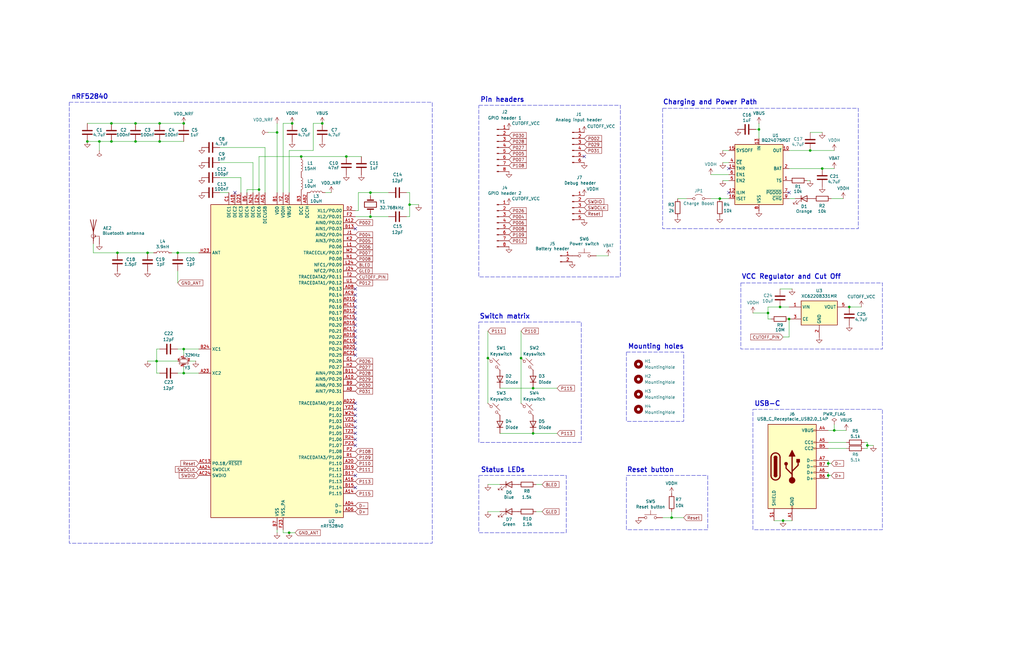
<source format=kicad_sch>
(kicad_sch (version 20231120) (generator "eeschema") (generator_version "8.0")
  (paper "User" 431.8 279.4)
  (title_block (title "Corneo PCB") (date "09-24") (rev "v0.1"))
  (junction (at 341.63 63.5))
  (junction (at 172.72 86.36))
  (junction (at 205.74 151.13))
  (junction (at 74.93 106.68))
  (junction (at 146.05 66.04))
  (junction (at 283.21 218.44))
  (junction (at 351.79 181.61))
  (junction (at 219.71 151.13))
  (junction (at 349.25 195.58))
  (junction (at 224.79 163.83))
  (junction (at 67.31 52.07))
  (junction (at 346.71 71.12))
  (junction (at 57.15 52.07))
  (junction (at 303.53 83.82))
  (junction (at 67.31 59.69))
  (junction (at 46.99 52.07))
  (junction (at 156.21 81.28))
  (junction (at 330.2 219.71))
  (junction (at 123.19 52.07))
  (junction (at 328.93 129.54))
  (junction (at 109.22 80.01))
  (junction (at 62.23 106.68))
  (junction (at 66.04 152.4))
  (junction (at 57.15 59.69))
  (junction (at 349.25 200.66))
  (junction (at 332.74 134.62))
  (junction (at 358.14 129.54))
  (junction (at 116.84 55.88))
  (junction (at 49.53 106.68))
  (junction (at 135.89 52.07))
  (junction (at 77.47 52.07))
  (junction (at 323.85 132.08))
  (junction (at 77.47 147.32))
  (junction (at 46.99 59.69))
  (junction (at 365.76 187.96))
  (junction (at 156.21 91.44))
  (junction (at 121.92 224.79))
  (junction (at 36.83 59.69))
  (junction (at 224.79 182.88))
  (junction (at 41.91 59.69))
  (junction (at 77.47 157.48))
  (junction (at 320.04 54.61))
  (junction (at 127 66.04))
  (no_connect (at 149.86 121.92))
  (no_connect (at 149.86 185.42))
  (no_connect (at 149.86 132.08))
  (no_connect (at 99.06 81.28))
  (no_connect (at 149.86 180.34))
  (no_connect (at 149.86 144.78))
  (no_connect (at 149.86 127))
  (no_connect (at 149.86 96.52))
  (no_connect (at 149.86 124.46))
  (no_connect (at 149.86 137.16))
  (no_connect (at 149.86 129.54))
  (no_connect (at 149.86 182.88))
  (no_connect (at 149.86 200.66))
  (no_connect (at 149.86 147.32))
  (no_connect (at 149.86 149.86))
  (no_connect (at 149.86 170.18))
  (no_connect (at 149.86 177.8))
  (no_connect (at 149.86 172.72))
  (no_connect (at 149.86 139.7))
  (no_connect (at 246.38 66.04))
  (no_connect (at 307.34 71.12))
  (no_connect (at 149.86 187.96))
  (no_connect (at 332.74 81.28))
  (no_connect (at 149.86 205.74))
  (no_connect (at 307.34 81.28))
  (no_connect (at 149.86 134.62))
  (no_connect (at 149.86 142.24))
  (no_connect (at 149.86 175.26))
  (wire (pts (xy 304.8 63.5) (xy 307.34 63.5)))
  (wire (pts (xy 364.49 186.69) (xy 365.76 186.69)))
  (wire (pts (xy 92.71 74.93) (xy 101.6 74.93)))
  (wire (pts (xy 332.74 71.12) (xy 346.71 71.12)))
  (wire (pts (xy 104.14 81.28) (xy 104.14 80.01)))
  (wire (pts (xy 156.21 91.44) (xy 163.83 91.44)))
  (wire (pts (xy 224.79 163.83) (xy 234.95 163.83)))
  (wire (pts (xy 151.13 81.28) (xy 156.21 81.28)))
  (wire (pts (xy 92.71 81.28) (xy 96.52 81.28)))
  (wire (pts (xy 256.54 107.95) (xy 251.46 107.95)))
  (wire (pts (xy 323.85 132.08) (xy 323.85 134.62)))
  (wire (pts (xy 39.37 106.68) (xy 49.53 106.68)))
  (wire (pts (xy 323.85 129.54) (xy 323.85 132.08)))
  (wire (pts (xy 116.84 52.07) (xy 116.84 55.88)))
  (wire (pts (xy 219.71 139.7) (xy 219.71 151.13)))
  (wire (pts (xy 111.76 62.23) (xy 111.76 81.28)))
  (wire (pts (xy 77.47 157.48) (xy 83.82 157.48)))
  (wire (pts (xy 121.92 63.5) (xy 121.92 81.28)))
  (wire (pts (xy 104.14 80.01) (xy 109.22 80.01)))
  (wire (pts (xy 210.82 163.83) (xy 224.79 163.83)))
  (wire (pts (xy 121.92 63.5) (xy 132.08 63.5)))
  (wire (pts (xy 283.21 218.44) (xy 288.29 218.44)))
  (wire (pts (xy 364.49 189.23) (xy 365.76 189.23)))
  (wire (pts (xy 49.53 106.68) (xy 62.23 106.68)))
  (wire (pts (xy 349.25 195.58) (xy 349.25 196.85)))
  (wire (pts (xy 172.72 91.44) (xy 171.45 91.44)))
  (wire (pts (xy 341.63 63.5) (xy 351.79 63.5)))
  (wire (pts (xy 172.72 86.36) (xy 172.72 81.28)))
  (wire (pts (xy 363.22 129.54) (xy 358.14 129.54)))
  (wire (pts (xy 303.53 83.82) (xy 307.34 83.82)))
  (wire (pts (xy 350.52 83.82) (xy 355.6 83.82)))
  (wire (pts (xy 106.68 68.58) (xy 106.68 81.28)))
  (wire (pts (xy 74.93 106.68) (xy 83.82 106.68)))
  (wire (pts (xy 119.38 52.07) (xy 123.19 52.07)))
  (wire (pts (xy 113.03 55.88) (xy 116.84 55.88)))
  (wire (pts (xy 121.92 224.79) (xy 119.38 224.79)))
  (wire (pts (xy 67.31 59.69) (xy 77.47 59.69)))
  (wire (pts (xy 172.72 86.36) (xy 172.72 91.44)))
  (wire (pts (xy 349.25 199.39) (xy 349.25 200.66)))
  (wire (pts (xy 330.2 142.24) (xy 332.74 142.24)))
  (wire (pts (xy 172.72 86.36) (xy 176.53 86.36)))
  (wire (pts (xy 39.37 102.87) (xy 39.37 106.68)))
  (wire (pts (xy 332.74 142.24) (xy 332.74 134.62)))
  (wire (pts (xy 66.04 152.4) (xy 74.93 152.4)))
  (wire (pts (xy 80.01 152.4) (xy 82.55 152.4)))
  (wire (pts (xy 66.04 152.4) (xy 66.04 157.48)))
  (wire (pts (xy 349.25 194.31) (xy 349.25 195.58)))
  (wire (pts (xy 77.47 154.94) (xy 77.47 157.48)))
  (wire (pts (xy 285.75 83.82) (xy 289.56 83.82)))
  (wire (pts (xy 283.21 215.9) (xy 283.21 218.44)))
  (wire (pts (xy 349.25 200.66) (xy 350.52 200.66)))
  (wire (pts (xy 172.72 81.28) (xy 171.45 81.28)))
  (wire (pts (xy 156.21 81.28) (xy 163.83 81.28)))
  (wire (pts (xy 72.39 106.68) (xy 74.93 106.68)))
  (wire (pts (xy 328.93 121.92) (xy 334.01 121.92)))
  (wire (pts (xy 328.93 129.54) (xy 332.74 129.54)))
  (wire (pts (xy 330.2 219.71) (xy 334.01 219.71)))
  (wire (pts (xy 365.76 187.96) (xy 365.76 189.23)))
  (wire (pts (xy 335.28 83.82) (xy 332.74 83.82)))
  (wire (pts (xy 151.13 88.9) (xy 151.13 81.28)))
  (wire (pts (xy 332.74 63.5) (xy 341.63 63.5)))
  (wire (pts (xy 340.36 76.2) (xy 341.63 76.2)))
  (wire (pts (xy 351.79 179.07) (xy 351.79 181.61)))
  (wire (pts (xy 149.86 91.44) (xy 156.21 91.44)))
  (wire (pts (xy 46.99 52.07) (xy 57.15 52.07)))
  (wire (pts (xy 323.85 129.54) (xy 328.93 129.54)))
  (wire (pts (xy 132.08 63.5) (xy 132.08 52.07)))
  (wire (pts (xy 109.22 80.01) (xy 109.22 81.28)))
  (wire (pts (xy 66.04 147.32) (xy 66.04 152.4)))
  (wire (pts (xy 349.25 195.58) (xy 350.52 195.58)))
  (wire (pts (xy 92.71 68.58) (xy 106.68 68.58)))
  (wire (pts (xy 116.84 224.79) (xy 116.84 223.52)))
  (wire (pts (xy 349.25 189.23) (xy 356.87 189.23)))
  (wire (pts (xy 349.25 200.66) (xy 349.25 201.93)))
  (wire (pts (xy 299.72 73.66) (xy 307.34 73.66)))
  (wire (pts (xy 101.6 74.93) (xy 101.6 81.28)))
  (wire (pts (xy 156.21 90.17) (xy 156.21 91.44)))
  (wire (pts (xy 205.74 204.47) (xy 210.82 204.47)))
  (wire (pts (xy 351.79 181.61) (xy 356.87 181.61)))
  (wire (pts (xy 74.93 147.32) (xy 77.47 147.32)))
  (wire (pts (xy 67.31 52.07) (xy 77.47 52.07)))
  (wire (pts (xy 36.83 59.69) (xy 41.91 59.69)))
  (wire (pts (xy 41.91 59.69) (xy 46.99 59.69)))
  (wire (pts (xy 341.63 55.88) (xy 346.71 55.88)))
  (wire (pts (xy 219.71 151.13) (xy 219.71 170.18)))
  (wire (pts (xy 226.06 215.9) (xy 228.6 215.9)))
  (wire (pts (xy 205.74 139.7) (xy 205.74 151.13)))
  (wire (pts (xy 205.74 215.9) (xy 210.82 215.9)))
  (wire (pts (xy 57.15 52.07) (xy 67.31 52.07)))
  (wire (pts (xy 137.16 81.28) (xy 139.7 81.28)))
  (wire (pts (xy 62.23 152.4) (xy 66.04 152.4)))
  (wire (pts (xy 349.25 181.61) (xy 351.79 181.61)))
  (wire (pts (xy 36.83 52.07) (xy 46.99 52.07)))
  (wire (pts (xy 132.08 52.07) (xy 135.89 52.07)))
  (wire (pts (xy 124.46 224.79) (xy 121.92 224.79)))
  (wire (pts (xy 57.15 59.69) (xy 67.31 59.69)))
  (wire (pts (xy 41.91 59.69) (xy 41.91 63.5)))
  (wire (pts (xy 109.22 66.04) (xy 127 66.04)))
  (wire (pts (xy 77.47 147.32) (xy 77.47 149.86)))
  (wire (pts (xy 116.84 55.88) (xy 116.84 81.28)))
  (wire (pts (xy 365.76 187.96) (xy 368.3 187.96)))
  (wire (pts (xy 92.71 62.23) (xy 111.76 62.23)))
  (wire (pts (xy 109.22 80.01) (xy 109.22 66.04)))
  (wire (pts (xy 323.85 134.62) (xy 325.12 134.62)))
  (wire (pts (xy 226.06 204.47) (xy 228.6 204.47)))
  (wire (pts (xy 224.79 182.88) (xy 234.95 182.88)))
  (wire (pts (xy 77.47 147.32) (xy 83.82 147.32)))
  (wire (pts (xy 205.74 151.13) (xy 205.74 170.18)))
  (wire (pts (xy 127 66.04) (xy 146.05 66.04)))
  (wire (pts (xy 67.31 147.32) (xy 66.04 147.32)))
  (wire (pts (xy 210.82 182.88) (xy 224.79 182.88)))
  (wire (pts (xy 66.04 157.48) (xy 67.31 157.48)))
  (wire (pts (xy 304.8 68.58) (xy 307.34 68.58)))
  (wire (pts (xy 46.99 59.69) (xy 57.15 59.69)))
  (wire (pts (xy 320.04 54.61) (xy 320.04 58.42)))
  (wire (pts (xy 317.5 132.08) (xy 323.85 132.08)))
  (wire (pts (xy 299.72 83.82) (xy 303.53 83.82)))
  (wire (pts (xy 320.04 52.07) (xy 320.04 54.61)))
  (wire (pts (xy 146.05 66.04) (xy 152.4 66.04)))
  (wire (pts (xy 365.76 186.69) (xy 365.76 187.96)))
  (wire (pts (xy 156.21 81.28) (xy 156.21 82.55)))
  (wire (pts (xy 62.23 106.68) (xy 64.77 106.68)))
  (wire (pts (xy 149.86 88.9) (xy 151.13 88.9)))
  (wire (pts (xy 346.71 71.12) (xy 351.79 71.12)))
  (wire (pts (xy 349.25 186.69) (xy 356.87 186.69)))
  (wire (pts (xy 119.38 224.79) (xy 119.38 223.52)))
  (wire (pts (xy 279.4 218.44) (xy 283.21 218.44)))
  (wire (pts (xy 318.77 54.61) (xy 320.04 54.61)))
  (wire (pts (xy 326.39 219.71) (xy 330.2 219.71)))
  (wire (pts (xy 74.93 157.48) (xy 77.47 157.48)))
  (wire (pts (xy 74.93 114.3) (xy 74.93 119.38)))
  (wire (pts (xy 304.8 76.2) (xy 307.34 76.2)))
  (wire (pts (xy 119.38 52.07) (xy 119.38 81.28)))
  (rectangle (start 29.21 43.18) (end 182.245 229.235) (stroke (width 0.1524) (type dash)))
  (rectangle (start 317.5 172.72) (end 372.11 223.52) (stroke (width 0.1524) (type dash)))
  (rectangle (start 264.16 148.59) (end 288.29 177.8) (stroke (width 0.1524) (type dash)))
  (rectangle (start 201.93 135.89) (end 245.11 186.69) (stroke (width 0.1524) (type dash)))
  (rectangle (start 264.16 200.66) (end 298.45 223.52) (stroke (width 0.1524) (type dash)))
  (rectangle (start 312.42 119.38) (end 372.11 147.32) (stroke (width 0.1524) (type dash)))
  (rectangle (start 279.4 45.72) (end 361.95 96.52) (stroke (width 0.1524) (type dash)))
  (rectangle (start 201.93 44.45) (end 261.62 116.84) (stroke (width 0.1524) (type dash)))
  (rectangle (start 201.93 200.66) (end 238.76 224.79) (stroke (width 0.1524) (type dash)))
  (text "Charging and Power Path" (at 299.466 43.18 0) (effects (font (size 2.032 2.032) (thickness 0.3556) (bold yes))))
  (text "nRF52840" (at 37.846 40.894 0) (effects (font (size 2.032 2.032) (thickness 0.3556) (bold yes))))
  (text "Switch matrix" (at 212.852 133.604 0) (effects (font (size 2.032 2.032) (thickness 0.3556) (bold yes))))
  (text "Pin headers" (at 211.836 42.164 0) (effects (font (size 2.032 2.032) (thickness 0.3556) (bold yes))))
  (text "USB-C" (at 323.596 170.434 0) (effects (font (size 2.032 2.032) (thickness 0.3556) (bold yes))))
  (text "VCC Regulator and Cut Off" (at 312.674 116.84 0) (effects (font (size 2.032 2.032) (thickness 0.3556) (bold yes)) (justify left)))
  (text "Reset button" (at 274.32 198.374 0) (effects (font (size 2.032 2.032) (thickness 0.3556) (bold yes))))
  (text "Status LEDs" (at 212.09 198.374 0) (effects (font (size 2.032 2.032) (thickness 0.3556) (bold yes))))
  (text "Mounting holes" (at 276.606 146.304 0) (effects (font (size 2.032 2.032) (thickness 0.3556) (bold yes))))
  (global_label "P012" (shape input) (at 149.86 119.38 0) (property "Intersheetrefs" "${INTERSHEET_REFS}" (effects (hide yes))))
  (global_label "P004" (shape input) (at 149.86 99.06 0) (property "Intersheetrefs" "${INTERSHEET_REFS}" (effects (hide yes))))
  (global_label "P007" (shape input) (at 149.86 106.68 0) (property "Intersheetrefs" "${INTERSHEET_REFS}" (effects (hide yes))))
  (global_label "P109" (shape input) (at 149.86 193.04 0) (property "Intersheetrefs" "${INTERSHEET_REFS}" (effects (hide yes))))
  (global_label "GLED" (shape input) (at 149.86 114.3 0) (property "Intersheetrefs" "${INTERSHEET_REFS}" (effects (hide yes))))
  (global_label "P111" (shape input) (at 149.86 198.12 0) (property "Intersheetrefs" "${INTERSHEET_REFS}" (effects (hide yes))))
  (global_label "P012" (shape input) (at 214.63 101.6 0) (property "Intersheetrefs" "${INTERSHEET_REFS}" (effects (hide yes))))
  (global_label "P109" (shape input) (at 214.63 99.06 0) (property "Intersheetrefs" "${INTERSHEET_REFS}" (effects (hide yes))))
  (global_label "P028" (shape input) (at 149.86 157.48 0) (property "Intersheetrefs" "${INTERSHEET_REFS}" (effects (hide yes))))
  (global_label "D+" (shape input) (at 350.52 200.66 0) (property "Intersheetrefs" "${INTERSHEET_REFS}" (effects (hide yes))))
  (global_label "P029" (shape input) (at 149.86 160.02 0) (property "Intersheetrefs" "${INTERSHEET_REFS}" (effects (hide yes))))
  (global_label "D-" (shape input) (at 350.52 195.58 0) (property "Intersheetrefs" "${INTERSHEET_REFS}" (effects (hide yes))))
  (global_label "P108" (shape input) (at 149.86 190.5 0) (property "Intersheetrefs" "${INTERSHEET_REFS}" (effects (hide yes))))
  (global_label "P005" (shape input) (at 149.86 101.6 0) (property "Intersheetrefs" "${INTERSHEET_REFS}" (effects (hide yes))))
  (global_label "P002" (shape input) (at 149.86 93.98 0) (property "Intersheetrefs" "${INTERSHEET_REFS}" (effects (hide yes))))
  (global_label "P008" (shape input) (at 214.63 96.52 0) (property "Intersheetrefs" "${INTERSHEET_REFS}" (effects (hide yes))))
  (global_label "Reset" (shape input) (at 246.38 90.17 0) (property "Intersheetrefs" "${INTERSHEET_REFS}" (effects (hide yes))))
  (global_label "GLED" (shape input) (at 228.6 215.9 0) (property "Intersheetrefs" "${INTERSHEET_REFS}" (effects (hide yes))))
  (global_label "SWDIO" (shape input) (at 83.82 200.66 180) (property "Intersheetrefs" "${INTERSHEET_REFS}" (effects (hide yes))))
  (global_label "P029" (shape input) (at 246.38 60.96 0) (property "Intersheetrefs" "${INTERSHEET_REFS}" (effects (hide yes))))
  (global_label "P027" (shape input) (at 149.86 154.94 0) (property "Intersheetrefs" "${INTERSHEET_REFS}" (effects (hide yes))))
  (global_label "P006" (shape input) (at 149.86 104.14 0) (property "Intersheetrefs" "${INTERSHEET_REFS}" (effects (hide yes))))
  (global_label "CUTOFF_PIN" (shape input) (at 149.86 116.84 0) (property "Intersheetrefs" "${INTERSHEET_REFS}" (effects (hide yes))))
  (global_label "GND_ANT" (shape input) (at 74.93 119.38 0) (property "Intersheetrefs" "${INTERSHEET_REFS}" (effects (hide yes))))
  (global_label "P026" (shape input) (at 149.86 152.4 0) (property "Intersheetrefs" "${INTERSHEET_REFS}" (effects (hide yes))))
  (global_label "P002" (shape input) (at 246.38 58.42 0) (property "Intersheetrefs" "${INTERSHEET_REFS}" (effects (hide yes))))
  (global_label "SWDCLK" (shape input) (at 246.38 87.63 0) (property "Intersheetrefs" "${INTERSHEET_REFS}" (effects (hide yes))))
  (global_label "P031" (shape input) (at 149.86 165.1 0) (property "Intersheetrefs" "${INTERSHEET_REFS}" (effects (hide yes))))
  (global_label "P115" (shape input) (at 234.95 163.83 0) (property "Intersheetrefs" "${INTERSHEET_REFS}" (effects (hide yes))))
  (global_label "P008" (shape input) (at 149.86 109.22 0) (property "Intersheetrefs" "${INTERSHEET_REFS}" (effects (hide yes))))
  (global_label "BLED" (shape input) (at 228.6 204.47 0) (property "Intersheetrefs" "${INTERSHEET_REFS}" (effects (hide yes))))
  (global_label "P031" (shape input) (at 246.38 63.5 0) (property "Intersheetrefs" "${INTERSHEET_REFS}" (effects (hide yes))))
  (global_label "Reset" (shape input) (at 83.82 195.58 180) (property "Intersheetrefs" "${INTERSHEET_REFS}" (effects (hide yes))))
  (global_label "SWDCLK" (shape input) (at 83.82 198.12 180) (property "Intersheetrefs" "${INTERSHEET_REFS}" (effects (hide yes))))
  (global_label "P007" (shape input) (at 214.63 67.31 0) (property "Intersheetrefs" "${INTERSHEET_REFS}" (effects (hide yes))))
  (global_label "P110" (shape input) (at 149.86 195.58 0) (property "Intersheetrefs" "${INTERSHEET_REFS}" (effects (hide yes))))
  (global_label "P028" (shape input) (at 214.63 59.69 0) (property "Intersheetrefs" "${INTERSHEET_REFS}" (effects (hide yes))))
  (global_label "BLED" (shape input) (at 149.86 111.76 0) (property "Intersheetrefs" "${INTERSHEET_REFS}" (effects (hide yes))))
  (global_label "P113" (shape input) (at 234.95 182.88 0) (property "Intersheetrefs" "${INTERSHEET_REFS}" (effects (hide yes))))
  (global_label "P111" (shape input) (at 205.74 139.7 0) (property "Intersheetrefs" "${INTERSHEET_REFS}" (effects (hide yes))))
  (global_label "GND_ANT" (shape input) (at 124.46 224.79 0) (property "Intersheetrefs" "${INTERSHEET_REFS}" (effects (hide yes))))
  (global_label "P030" (shape input) (at 149.86 162.56 0) (property "Intersheetrefs" "${INTERSHEET_REFS}" (effects (hide yes))))
  (global_label "P006" (shape input) (at 214.63 93.98 0) (property "Intersheetrefs" "${INTERSHEET_REFS}" (effects (hide yes))))
  (global_label "P027" (shape input) (at 214.63 62.23 0) (property "Intersheetrefs" "${INTERSHEET_REFS}" (effects (hide yes))))
  (global_label "P005" (shape input) (at 214.63 64.77 0) (property "Intersheetrefs" "${INTERSHEET_REFS}" (effects (hide yes))))
  (global_label "CUTOFF_PIN" (shape input) (at 330.2 142.24 180) (property "Intersheetrefs" "${INTERSHEET_REFS}" (effects (hide yes))))
  (global_label "P110" (shape input) (at 219.71 139.7 0) (property "Intersheetrefs" "${INTERSHEET_REFS}" (effects (hide yes))))
  (global_label "P026" (shape input) (at 214.63 88.9 0) (property "Intersheetrefs" "${INTERSHEET_REFS}" (effects (hide yes))))
  (global_label "P004" (shape input) (at 214.63 91.44 0) (property "Intersheetrefs" "${INTERSHEET_REFS}" (effects (hide yes))))
  (global_label "D+" (shape input) (at 149.86 215.9 0) (property "Intersheetrefs" "${INTERSHEET_REFS}" (effects (hide yes))))
  (global_label "P030" (shape input) (at 214.63 57.15 0) (property "Intersheetrefs" "${INTERSHEET_REFS}" (effects (hide yes))))
  (global_label "P115" (shape input) (at 149.86 208.28 0) (property "Intersheetrefs" "${INTERSHEET_REFS}" (effects (hide yes))))
  (global_label "P108" (shape input) (at 214.63 69.85 0) (property "Intersheetrefs" "${INTERSHEET_REFS}" (effects (hide yes))))
  (global_label "SWDIO" (shape input) (at 246.38 85.09 0) (property "Intersheetrefs" "${INTERSHEET_REFS}" (effects (hide yes))))
  (global_label "D-" (shape input) (at 149.86 213.36 0) (property "Intersheetrefs" "${INTERSHEET_REFS}" (effects (hide yes))))
  (global_label "Reset" (shape input) (at 288.29 218.44 0) (property "Intersheetrefs" "${INTERSHEET_REFS}" (effects (hide yes))))
  (global_label "P113" (shape input) (at 149.86 203.2 0) (property "Intersheetrefs" "${INTERSHEET_REFS}" (effects (hide yes))))
  (symbol (lib_id "Device:R") (at 346.71 83.82 90) (unit 1)
    (property "Reference" "R2" (at 347.98 86.868 90) (effects (justify left)))
    (property "Value" "10k" (at 348.488 89.154 90) (effects (justify left)))
    (property "Footprint" "Resistor_SMD:R_0603_1608Metric" (effects (hide yes)))
    (property "Description" "Resistor" (effects (hide yes)))
    (property "jlcpcb" "C25804" (effects (hide yes)))
  )
  (symbol (lib_id "power:GND") (at 330.2 219.71 0) (unit 1)
    (property "Reference" "#PWR049" (effects (hide yes)))
    (property "Value" "GND" (effects (hide yes)))
    (property "Description" "Power symbol creates a global label with name \"GND\" , ground" (effects (hide yes)))
  )
  (symbol (lib_id "Connector:Conn_01x08_Pin") (at 209.55 93.98 0) (unit 1)
    (property "Reference" "J4" (at 212.852 79.248 0))
    (property "Value" "GPIO header 2" (at 212.852 81.534 0))
    (property "Footprint" "Connector_PinHeader_2.54mm:PinHeader_1x08_P2.54mm_Vertical" (effects (hide yes)))
    (property "Description" "Generic connector, single row, 01x08, script generated" (effects (hide yes)))
    (property "JLCPCB_IGNORE" "0" (effects (hide yes)))
  )
  (symbol (lib_id "power:VDD") (at 123.19 52.07 0) (unit 1)
    (property "Reference" "#PWR02" (effects (hide yes)))
    (property "Value" "VDDH" (at 123.19 47.752 0))
    (property "Description" "Power symbol creates a global label with name \"VDD\"" (effects (hide yes)))
  )
  (symbol (lib_id "Device:C") (at 49.53 110.49 180) (unit 1)
    (property "Reference" "C18" (at 55.118 109.474 0))
    (property "Value" "1.5pF" (at 55.118 111.506 0))
    (property "Footprint" "Capacitor_SMD:C_0402_1005Metric" (effects (hide yes)))
    (property "Description" "Unpolarized capacitor" (effects (hide yes)))
    (property "jlcpcb" "C1552" (effects (hide yes)))
  )
  (symbol (lib_id "power:GND") (at 303.53 91.44 0) (unit 1)
    (property "Reference" "#PWR043" (effects (hide yes)))
    (property "Value" "GND" (effects (hide yes)))
    (property "Description" "Power symbol creates a global label with name \"GND\" , ground" (effects (hide yes)))
  )
  (symbol (lib_id "Device:C") (at 71.12 147.32 270) (unit 1)
    (property "Reference" "C22" (at 71.12 140.716 90))
    (property "Value" "12pF" (at 71.12 143.256 90))
    (property "Footprint" "Capacitor_SMD:C_0603_1608Metric" (effects (hide yes)))
    (property "Description" "Unpolarized capacitor" (effects (hide yes)))
    (property "jlcpcb" "C38523" (effects (hide yes)))
  )
  (symbol (lib_id "Device:Crystal_GND24_Small") (at 77.47 152.4 90) (mirror x) (unit 1)
    (property "Reference" "Y3" (at 80.264 155.194 90) (effects (justify left)))
    (property "Value" "32MHz" (at 84.328 149.86 90) (effects (justify left)))
    (property "Footprint" "Crystal:Crystal_SMD_2016-4Pin_2.0x1.6mm" (effects (hide yes)))
    (property "LCSC Part" "C255896" (effects (hide yes)))
    (property "Digikey" "490-XRCGB32M000F1S1DR0CT-ND‎" (effects (hide yes)))
    (property "Manufacturer Part" "Q22FA1280001800" (effects (hide yes)))
    (property "jlcpcb" "C255896" (effects (hide yes)))
  )
  (symbol (lib_id "power:GND") (at 320.04 88.9 0) (unit 1)
    (property "Reference" "#PWR041" (effects (hide yes)))
    (property "Value" "GND" (effects (hide yes)))
    (property "Description" "Power symbol creates a global label with name \"GND\" , ground" (effects (hide yes)))
  )
  (symbol (lib_id "power:PWR_FLAG") (at 113.03 55.88 90) (mirror x) (unit 1)
    (property "Reference" "#FLG03" (effects (hide yes)))
    (property "Value" "PWR_FLAG" (effects (hide yes)))
    (property "Description" "Special symbol for telling ERC where power comes from" (effects (hide yes)))
  )
  (symbol (lib_id "power:VBUS") (at 356.87 181.61 0) (unit 1)
    (property "Reference" "#PWR045" (effects (hide yes)))
    (property "Value" "VBUS" (at 356.87 177.292 0))
    (property "Description" "Power symbol creates a global label with name \"VBUS\"" (effects (hide yes)))
  )
  (symbol (lib_id "Jumper:Jumper_2_Open") (at 294.64 83.82 0) (unit 1) (exclude_from_sim yes)
    (property "Reference" "JP1" (at 294.64 80.518 0))
    (property "Value" "Charge Boost" (at 294.64 85.852 0))
    (property "Footprint" "Jumper:SolderJumper-2_P1.3mm_Open_RoundedPad1.0x1.5mm" (effects (hide yes)))
    (property "Description" "Jumper, 2-pole, open" (effects (hide yes)))
  )
  (symbol (lib_id "power:VDD") (at 246.38 82.55 0) (unit 1)
    (property "Reference" "#PWR024" (effects (hide yes)))
    (property "Value" "VDDH" (at 249.936 79.756 0))
    (property "Description" "Power symbol creates a global label with name \"VDD\"" (effects (hide yes)))
  )
  (symbol (lib_id "power:VDD") (at 317.5 132.08 0) (unit 1)
    (property "Reference" "#PWR054" (effects (hide yes)))
    (property "Value" "VDDH" (at 317.5 127.762 0))
    (property "Description" "Power symbol creates a global label with name \"VDD\"" (effects (hide yes)))
  )
  (symbol (lib_id "Device:D") (at 224.79 179.07 90) (unit 1)
    (property "Reference" "D5" (at 227.076 177.8 90) (effects (justify right)))
    (property "Value" "Diode" (at 227.076 180.34 90) (effects (justify right)))
    (property "Footprint" "Diode_THT:D_DO-35_SOD27_P7.62mm_Horizontal" (effects (hide yes)))
    (property "Description" "Diode" (effects (hide yes)))
    (property "Sim.Device" "D" (effects (hide yes)))
    (property "Sim.Pins" "1=K 2=A" (effects (hide yes)))
    (property "JLCPCB_IGNORE" "0" (effects (hide yes)))
  )
  (symbol (lib_id "Device:R") (at 283.21 212.09 0) (unit 1)
    (property "Reference" "R7" (at 284.734 210.82 0) (effects (justify left)))
    (property "Value" "10k" (at 284.734 213.36 0) (effects (justify left)))
    (property "Footprint" "Resistor_SMD:R_0603_1608Metric" (effects (hide yes)))
    (property "Description" "Resistor" (effects (hide yes)))
    (property "jlcpcb" "C25804" (effects (hide yes)))
  )
  (symbol (lib_id "Connector:Conn_01x02_Pin") (at 236.22 107.95 0) (unit 1)
    (property "Reference" "J5" (at 232.918 102.87 0))
    (property "Value" "Battery header" (at 232.918 104.902 0))
    (property "Footprint" "Connector_PinHeader_2.54mm:PinHeader_1x02_P2.54mm_Vertical" (effects (hide yes)))
    (property "Description" "Generic connector, single row, 01x02, script generated" (effects (hide yes)))
    (property "JLCPCB_IGNORE" "0" (effects (hide yes)))
  )
  (symbol (lib_id "Device:C") (at 62.23 110.49 180) (unit 1)
    (property "Reference" "C19" (at 67.564 109.474 0))
    (property "Value" "1pF" (at 67.818 111.506 0))
    (property "Footprint" "Capacitor_SMD:C_0402_1005Metric" (effects (hide yes)))
    (property "Description" "Unpolarized capacitor" (effects (hide yes)))
    (property "jlcpcb" "C1550" (effects (hide yes)))
  )
  (symbol (lib_id "Device:C") (at 71.12 157.48 270) (unit 1)
    (property "Reference" "C23" (at 71.12 161.29 90))
    (property "Value" "12pF" (at 71.12 163.83 90))
    (property "Footprint" "Capacitor_SMD:C_0603_1608Metric" (effects (hide yes)))
    (property "Description" "Unpolarized capacitor" (effects (hide yes)))
    (property "jlcpcb" "C38523" (effects (hide yes)))
  )
  (symbol (lib_id "power:VAA") (at 256.54 107.95 0) (unit 1)
    (property "Reference" "#PWR038" (effects (hide yes)))
    (property "Value" "VBAT" (at 256.54 103.632 0))
    (property "Description" "Power symbol creates a global label with name \"VAA\"" (effects (hide yes)))
  )
  (symbol (lib_id "power:GND") (at 135.89 59.69 0) (unit 1)
    (property "Reference" "#PWR07" (effects (hide yes)))
    (property "Value" "GND" (effects (hide yes)))
    (property "Description" "Power symbol creates a global label with name \"GND\" , ground" (effects (hide yes)))
  )
  (symbol (lib_id "Device:R") (at 328.93 134.62 90) (unit 1)
    (property "Reference" "R9" (at 328.93 137.16 90))
    (property "Value" "10M" (at 328.93 139.192 90))
    (property "Footprint" "Resistor_SMD:R_0603_1608Metric" (effects (hide yes)))
    (property "Description" "Resistor" (effects (hide yes)))
    (property "jlcpcb" "C7250" (effects (hide yes)))
  )
  (symbol (lib_id "Device:C") (at 88.9 81.28 90) (unit 1)
    (property "Reference" "C13" (at 93.472 77.724 90))
    (property "Value" "100nF" (at 93.472 79.756 90))
    (property "Footprint" "Capacitor_SMD:C_0603_1608Metric" (effects (hide yes)))
    (property "Description" "Unpolarized capacitor" (effects (hide yes)))
    (property "jlcpcb" "C14663" (effects (hide yes)))
  )
  (symbol (lib_id "Device:C") (at 146.05 69.85 180) (unit 1)
    (property "Reference" "C10" (at 140.716 68.834 0))
    (property "Value" "47nF" (at 140.716 70.866 0))
    (property "Footprint" "Capacitor_SMD:C_0603_1608Metric" (effects (hide yes)))
    (property "Description" "Unpolarized capacitor" (effects (hide yes)))
    (property "jlcpcb" "C1622" (effects (hide yes)))
  )
  (symbol (lib_id "power:GND") (at 176.53 86.36 0) (unit 1)
    (property "Reference" "#PWR018" (effects (hide yes)))
    (property "Value" "GND" (effects (hide yes)))
    (property "Description" "Power symbol creates a global label with name \"GND\" , ground" (effects (hide yes)))
  )
  (symbol (lib_id "power:GND") (at 345.44 142.24 0) (unit 1)
    (property "Reference" "#PWR057" (effects (hide yes)))
    (property "Value" "GND" (effects (hide yes)))
    (property "Description" "Power symbol creates a global label with name \"GND\" , ground" (effects (hide yes)))
  )
  (symbol (lib_id "power:VDDF") (at 116.84 52.07 0) (unit 1)
    (property "Reference" "#PWR05" (effects (hide yes)))
    (property "Value" "VDD_NRF" (at 110.998 50.546 0))
    (property "Description" "Power symbol creates a global label with name \"VDDF\"" (effects (hide yes)))
  )
  (symbol (lib_id "Device:R") (at 360.68 186.69 90) (unit 1)
    (property "Reference" "R5" (at 360.68 181.864 90))
    (property "Value" "5.1k" (at 360.68 184.15 90))
    (property "Footprint" "Resistor_SMD:R_0603_1608Metric" (effects (hide yes)))
    (property "Description" "Resistor" (effects (hide yes)))
    (property "jlcpcb" "C23186" (effects (hide yes)))
  )
  (symbol (lib_id "Device:C") (at 46.99 55.88 180) (unit 1)
    (property "Reference" "C2" (at 52.07 54.864 0))
    (property "Value" "100nF" (at 52.07 56.896 0))
    (property "Footprint" "Capacitor_SMD:C_0603_1608Metric" (effects (hide yes)))
    (property "Description" "Unpolarized capacitor" (effects (hide yes)))
    (property "jlcpcb" "C14663" (effects (hide yes)))
  )
  (symbol (lib_id "power:GND") (at 246.38 92.71 0) (unit 1)
    (property "Reference" "#PWR027" (effects (hide yes)))
    (property "Value" "GND" (effects (hide yes)))
    (property "Description" "Power symbol creates a global label with name \"GND\" , ground" (effects (hide yes)))
  )
  (symbol (lib_id "Device:LED") (at 214.63 204.47 0) (unit 1)
    (property "Reference" "D6" (at 214.63 207.772 0))
    (property "Value" "Blue" (at 214.63 209.804 0))
    (property "Footprint" "LED_SMD:LED_0402_1005Metric" (effects (hide yes)))
    (property "Description" "Light emitting diode" (effects (hide yes)))
    (property "jlcpcb" "C364550" (effects (hide yes)))
  )
  (symbol (lib_id "Device:LED") (at 214.63 215.9 0) (unit 1)
    (property "Reference" "D7" (at 214.63 219.202 0))
    (property "Value" "Green" (at 214.63 221.234 0))
    (property "Footprint" "LED_SMD:LED_0402_1005Metric" (effects (hide yes)))
    (property "Description" "Light emitting diode" (effects (hide yes)))
    (property "jlcpcb" "C364551" (effects (hide yes)))
  )
  (symbol (lib_id "Device:C") (at 77.47 55.88 180) (unit 1)
    (property "Reference" "C5" (at 82.042 54.864 0))
    (property "Value" "1uF" (at 82.042 56.896 0))
    (property "Footprint" "Capacitor_SMD:C_0603_1608Metric" (effects (hide yes)))
    (property "Description" "Unpolarized capacitor" (effects (hide yes)))
    (property "jlcpcb" "C15849" (effects (hide yes)))
  )
  (symbol (lib_id "power:GND") (at 49.53 114.3 0) (unit 1)
    (property "Reference" "#PWR031" (effects (hide yes)))
    (property "Value" "GND" (effects (hide yes)))
    (property "Description" "Power symbol creates a global label with name \"GND\" , ground" (effects (hide yes)))
  )
  (symbol (lib_id "power:GND") (at 36.83 59.69 0) (unit 1)
    (property "Reference" "#PWR04" (effects (hide yes)))
    (property "Value" "GND" (effects (hide yes)))
    (property "Description" "Power symbol creates a global label with name \"GND\" , ground" (effects (hide yes)))
  )
  (symbol (lib_id "power:GND") (at 304.8 63.5 0) (unit 1)
    (property "Reference" "#PWR025" (effects (hide yes)))
    (property "Value" "GND" (effects (hide yes)))
    (property "Description" "Power symbol creates a global label with name \"GND\" , ground" (effects (hide yes)))
  )
  (symbol (lib_id "Device:C") (at 123.19 55.88 180) (unit 1)
    (property "Reference" "C6" (at 128.27 54.864 0))
    (property "Value" "4.7uF" (at 128.27 56.896 0))
    (property "Footprint" "Capacitor_SMD:C_0805_2012Metric" (effects (hide yes)))
    (property "Description" "Unpolarized capacitor" (effects (hide yes)))
    (property "jlcpcb" "C1779" (effects (hide yes)))
  )
  (symbol (lib_id "Device:C") (at 135.89 55.88 180) (unit 1)
    (property "Reference" "C7" (at 140.97 54.864 0))
    (property "Value" "4.7uF" (at 140.97 56.896 0))
    (property "Footprint" "Capacitor_SMD:C_0805_2012Metric" (effects (hide yes)))
    (property "Description" "Unpolarized capacitor" (effects (hide yes)))
    (property "jlcpcb" "C1779" (effects (hide yes)))
  )
  (symbol (lib_id "power:GND") (at 285.75 91.44 0) (unit 1)
    (property "Reference" "#PWR042" (effects (hide yes)))
    (property "Value" "GND" (effects (hide yes)))
    (property "Description" "Power symbol creates a global label with name \"GND\" , ground" (effects (hide yes)))
  )
  (symbol (lib_id "Device:C") (at 74.93 110.49 180) (unit 1)
    (property "Reference" "C20" (at 80.264 109.474 0))
    (property "Value" "1pF" (at 80.518 111.506 0))
    (property "Footprint" "Capacitor_SMD:C_0402_1005Metric" (effects (hide yes)))
    (property "Description" "Unpolarized capacitor" (effects (hide yes)))
    (property "jlcpcb" "C1550" (effects (hide yes)))
  )
  (symbol (lib_id "Switch:SW_Push") (at 274.32 218.44 0) (unit 1)
    (property "Reference" "SW5" (at 274.32 211.582 0))
    (property "Value" "Reset button" (at 274.32 213.868 0))
    (property "Footprint" "Button_Switch_THT:SW_PUSH_6mm" (effects (hide yes)))
    (property "Description" "Push button switch, generic, two pins" (effects (hide yes)))
    (property "JLCPCB_IGNORE" "0" (effects (hide yes)))
  )
  (symbol (lib_id "power:GND") (at 214.63 72.39 0) (unit 1)
    (property "Reference" "#PWR019" (effects (hide yes)))
    (property "Value" "GND" (effects (hide yes)))
    (property "Description" "Power symbol creates a global label with name \"GND\" , ground" (effects (hide yes)))
  )
  (symbol (lib_id "power:VDDF") (at 77.47 52.07 0) (unit 1)
    (property "Reference" "#PWR01" (effects (hide yes)))
    (property "Value" "VDD_NRF" (at 77.47 48.006 0))
    (property "Description" "Power symbol creates a global label with name \"VDDF\"" (effects (hide yes)))
  )
  (symbol (lib_id "power:GND") (at 85.09 62.23 0) (unit 1)
    (property "Reference" "#PWR08" (effects (hide yes)))
    (property "Value" "GND" (effects (hide yes)))
    (property "Description" "Power symbol creates a global label with name \"GND\" , ground" (effects (hide yes)))
  )
  (symbol (lib_id "power:GND") (at 311.15 54.61 0) (unit 1)
    (property "Reference" "#PWR021" (effects (hide yes)))
    (property "Value" "GND" (effects (hide yes)))
    (property "Description" "Power symbol creates a global label with name \"GND\" , ground" (effects (hide yes)))
  )
  (symbol (lib_id "Device:Crystal") (at 156.21 86.36 270) (unit 1)
    (property "Reference" "Y1" (at 160.02 85.0899 90) (effects (justify left)))
    (property "Value" "32.768kHz" (at 160.02 87.6299 90) (effects (justify left)))
    (property "Footprint" "Crystal:Crystal_SMD_2012-2Pin_2.0x1.2mm" (effects (hide yes)))
    (property "Description" "Two pin crystal" (effects (hide yes)))
    (property "jlcpcb" "C97604" (effects (hide yes)))
  )
  (symbol (lib_id "power:GND") (at 41.91 102.87 0) (unit 1)
    (property "Reference" "#PWR058" (effects (hide yes)))
    (property "Value" "GND" (effects (hide yes)))
    (property "Description" "Power symbol creates a global label with name \"GND\" , ground" (effects (hide yes)))
  )
  (symbol (lib_id "Device:R") (at 360.68 189.23 90) (unit 1)
    (property "Reference" "R6" (at 360.68 191.77 90))
    (property "Value" "5.1k" (at 360.68 194.056 90))
    (property "Footprint" "Resistor_SMD:R_0603_1608Metric" (effects (hide yes)))
    (property "Description" "Resistor" (effects (hide yes)))
    (property "jlcpcb" "C23186" (effects (hide yes)))
  )
  (symbol (lib_id "power:VDD") (at 246.38 55.88 0) (unit 1)
    (property "Reference" "#PWR011" (effects (hide yes)))
    (property "Value" "CUTOFF_VCC" (at 253.492 53.34 0))
    (property "Description" "Power symbol creates a global label with name \"VDD\"" (effects (hide yes)))
  )
  (symbol (lib_id "Device:C") (at 358.14 133.35 180) (unit 1)
    (property "Reference" "C25" (at 363.22 132.588 0))
    (property "Value" "4.7uF" (at 363.22 134.874 0))
    (property "Footprint" "Capacitor_SMD:C_0805_2012Metric" (effects (hide yes)))
    (property "Description" "Unpolarized capacitor" (effects (hide yes)))
    (property "jlcpcb" "C1779" (effects (hide yes)))
  )
  (symbol (lib_id "power:PWR_FLAG") (at 351.79 179.07 0) (unit 1)
    (property "Reference" "#FLG01" (effects (hide yes)))
    (property "Value" "PWR_FLAG" (at 351.79 174.752 0))
    (property "Description" "Special symbol for telling ERC where power comes from" (effects (hide yes)))
  )
  (symbol (lib_id "Device:R") (at 303.53 87.63 0) (unit 1)
    (property "Reference" "R4" (at 305.054 86.36 0) (effects (justify left)))
    (property "Value" "10k" (at 305.054 88.9 0) (effects (justify left)))
    (property "Footprint" "Resistor_SMD:R_0603_1608Metric" (effects (hide yes)))
    (property "Description" "Resistor" (effects (hide yes)))
    (property "jlcpcb" "C25804" (effects (hide yes)))
  )
  (symbol (lib_id "Battery_Management:BQ24075RGT") (at 320.04 73.66 0) (unit 1)
    (property "Reference" "U1" (at 325.628 57.15 0) (effects (justify left)))
    (property "Value" "BQ24075RGT" (at 321.056 59.182 0) (effects (justify left)))
    (property "Footprint" "Package_DFN_QFN:VQFN-16-1EP_3x3mm_P0.5mm_EP1.6x1.6mm" (effects (hide yes)))
    (property "Datasheet" "http://www.ti.com/lit/ds/symlink/bq24075.pdf" (effects (hide yes)))
    (property "Description" "USB-Friendly Li-Ion Battery Charger and Power-Path Management, VQFN-16" (effects (hide yes)))
    (property "jlcpcb" "C15464" (effects (hide yes)))
  )
  (symbol (lib_id "Regulator_Linear:XC6220B331MR") (at 345.44 132.08 0) (unit 1)
    (property "Reference" "U3" (at 345.44 122.682 0))
    (property "Value" "XC6220B331MR" (at 345.44 124.968 0))
    (property "Footprint" "Package_TO_SOT_SMD:SOT-23-5" (effects (hide yes)))
    (property "Datasheet" "https://www.torexsemi.com/file/xc6220/XC6220.pdf" (effects (hide yes)))
    (property "Description" "1A, Low Drop-out Voltage Regulator, Fixed Output 3.3V, SOT-23-5" (effects (hide yes)))
    (property "jlcpcb" "C86534" (effects (hide yes)))
  )
  (symbol (lib_id "Device:D") (at 210.82 179.07 90) (unit 1)
    (property "Reference" "D4" (at 213.106 177.8 90) (effects (justify right)))
    (property "Value" "Diode" (at 213.106 180.34 90) (effects (justify right)))
    (property "Footprint" "Diode_THT:D_DO-35_SOD27_P7.62mm_Horizontal" (effects (hide yes)))
    (property "Description" "Diode" (effects (hide yes)))
    (property "Sim.Device" "D" (effects (hide yes)))
    (property "Sim.Pins" "1=K 2=A" (effects (hide yes)))
    (property "JLCPCB_IGNORE" "0" (effects (hide yes)))
  )
  (symbol (lib_id "Device:R") (at 285.75 87.63 0) (unit 1)
    (property "Reference" "R3" (at 281.686 86.36 0) (effects (justify left)))
    (property "Value" "2k" (at 281.94 88.9 0) (effects (justify left)))
    (property "Footprint" "Resistor_SMD:R_0603_1608Metric" (effects (hide yes)))
    (property "Description" "Resistor" (effects (hide yes)))
    (property "jlcpcb" "C22975" (effects (hide yes)))
  )
  (symbol (lib_id "Device:L") (at 68.58 106.68 90) (unit 1)
    (property "Reference" "L4" (at 68.58 101.854 90))
    (property "Value" "3.9nH" (at 68.58 104.14 90))
    (property "Footprint" "Inductor_SMD:L_01005_0402Metric" (effects (hide yes)))
    (property "Description" "Inductor" (effects (hide yes)))
    (property "jlcpcb" "C14033" (effects (hide yes)))
  )
  (symbol (lib_id "Device:C") (at 328.93 125.73 180) (unit 1)
    (property "Reference" "C24" (at 323.85 124.714 0))
    (property "Value" "10uF" (at 323.85 127 0))
    (property "Footprint" "Capacitor_SMD:C_0805_2012Metric" (effects (hide yes)))
    (property "Description" "Unpolarized capacitor" (effects (hide yes)))
    (property "jlcpcb" "C15850" (effects (hide yes)))
  )
  (symbol (lib_id "Device:C") (at 36.83 55.88 180) (unit 1)
    (property "Reference" "C1" (at 41.91 54.864 0))
    (property "Value" "4.7uF" (at 41.91 56.896 0))
    (property "Footprint" "Capacitor_SMD:C_0805_2012Metric" (effects (hide yes)))
    (property "Description" "Unpolarized capacitor" (effects (hide yes)))
    (property "jlcpcb" "C1779" (effects (hide yes)))
  )
  (symbol (lib_id "Switch:SW_Push_45deg") (at 208.28 153.67 0) (unit 1)
    (property "Reference" "SW1" (at 211.328 146.812 0))
    (property "Value" "Keyswitch" (at 211.328 149.352 0))
    (property "Footprint" "Button_Switch_THT:SW_PUSH_6mm" (effects (hide yes)))
    (property "Description" "Push button switch, normally open, two pins, 45° tilted" (effects (hide yes)))
    (property "JLCPCB_IGNORE" "0" (effects (hide yes)))
  )
  (symbol (lib_id "Device:C") (at 67.31 55.88 180) (unit 1)
    (property "Reference" "C4" (at 72.39 54.864 0))
    (property "Value" "100nF" (at 72.39 56.896 0))
    (property "Footprint" "Capacitor_SMD:C_0603_1608Metric" (effects (hide yes)))
    (property "Description" "Unpolarized capacitor" (effects (hide yes)))
    (property "jlcpcb" "C14663" (effects (hide yes)))
  )
  (symbol (lib_id "MCU_Nordic:nRF52840") (at 116.84 152.4 0) (unit 1)
    (property "Reference" "U2" (at 138.43 219.964 0) (effects (justify left)))
    (property "Value" "nRF52840" (at 135.128 221.996 0) (effects (justify left)))
    (property "Footprint" "Library:Nordic_AQFN-73-1EP_7x7mm_P0.5mm" (effects (hide yes)))
    (property "Datasheet" "http://infocenter.nordicsemi.com/topic/com.nordic.infocenter.nrf52/dita/nrf52/chips/nrf52840.html" (effects (hide yes)))
    (property "Description" "Multiprotocol BLE/ANT/2.4 GHz/802.15.4 Cortex-M4F SoC, AQFN-73" (effects (hide yes)))
    (property "jlcpcb" "C190794" (effects (hide yes)))
  )
  (symbol (lib_id "power:PWR_FLAG") (at 41.91 63.5 0) (mirror x) (unit 1)
    (property "Reference" "#FLG02" (effects (hide yes)))
    (property "Value" "PWR_FLAG" (effects (hide yes)))
    (property "Description" "Special symbol for telling ERC where power comes from" (effects (hide yes)))
  )
  (symbol (lib_id "power:VBUS") (at 320.04 52.07 0) (unit 1)
    (property "Reference" "#PWR020" (effects (hide yes)))
    (property "Value" "VBUS" (at 320.04 47.752 0))
    (property "Description" "Power symbol creates a global label with name \"VBUS\"" (effects (hide yes)))
  )
  (symbol (lib_id "power:GND") (at 334.01 121.92 0) (unit 1)
    (property "Reference" "#PWR050" (effects (hide yes)))
    (property "Value" "GND" (effects (hide yes)))
    (property "Description" "Power symbol creates a global label with name \"GND\" , ground" (effects (hide yes)))
  )
  (symbol (lib_id "power:VDD") (at 355.6 83.82 0) (unit 1)
    (property "Reference" "#PWR039" (effects (hide yes)))
    (property "Value" "VDDH" (at 355.6 79.502 0))
    (property "Description" "Power symbol creates a global label with name \"VDD\"" (effects (hide yes)))
  )
  (symbol (lib_id "power:GND") (at 85.09 74.93 0) (unit 1)
    (property "Reference" "#PWR014" (effects (hide yes)))
    (property "Value" "GND" (effects (hide yes)))
    (property "Description" "Power symbol creates a global label with name \"GND\" , ground" (effects (hide yes)))
  )
  (symbol (lib_id "Device:L") (at 127 69.85 0) (unit 1)
    (property "Reference" "L1" (at 130.81 68.834 0))
    (property "Value" "15nH" (at 130.81 71.12 0))
    (property "Footprint" "Inductor_SMD:L_01005_0402Metric" (effects (hide yes)))
    (property "Description" "Inductor" (effects (hide yes)))
    (property "jlcpcb" "C27143" (effects (hide yes)))
  )
  (symbol (lib_id "Device:C") (at 314.96 54.61 90) (unit 1)
    (property "Reference" "C16" (at 314.96 48.514 90))
    (property "Value" "1uF" (at 314.96 50.8 90))
    (property "Footprint" "Capacitor_SMD:C_0603_1608Metric" (effects (hide yes)))
    (property "Description" "Unpolarized capacitor" (effects (hide yes)))
    (property "jlcpcb" "C15849" (effects (hide yes)))
  )
  (symbol (lib_id "power:GND") (at 123.19 59.69 0) (unit 1)
    (property "Reference" "#PWR06" (effects (hide yes)))
    (property "Value" "GND" (effects (hide yes)))
    (property "Description" "Power symbol creates a global label with name \"GND\" , ground" (effects (hide yes)))
  )
  (symbol (lib_id "power:GND") (at 304.8 76.2 0) (unit 1)
    (property "Reference" "#PWR034" (effects (hide yes)))
    (property "Value" "GND" (effects (hide yes)))
    (property "Description" "Power symbol creates a global label with name \"GND\" , ground" (effects (hide yes)))
  )
  (symbol (lib_id "power:GND") (at 205.74 204.47 0) (unit 1)
    (property "Reference" "#PWR051" (effects (hide yes)))
    (property "Value" "GND" (effects (hide yes)))
    (property "Description" "Power symbol creates a global label with name \"GND\" , ground" (effects (hide yes)))
  )
  (symbol (lib_id "power:GND") (at 269.24 218.44 0) (unit 1)
    (property "Reference" "#PWR048" (effects (hide yes)))
    (property "Value" "GND" (effects (hide yes)))
    (property "Description" "Power symbol creates a global label with name \"GND\" , ground" (effects (hide yes)))
  )
  (symbol (lib_id "power:VDD") (at 214.63 86.36 0) (unit 1)
    (property "Reference" "#PWR023" (effects (hide yes)))
    (property "Value" "CUTOFF_VCC" (at 221.742 83.82 0))
    (property "Description" "Power symbol creates a global label with name \"VDD\"" (effects (hide yes)))
  )
  (symbol (lib_id "Mechanical:MountingHole") (at 269.24 160.02 0) (unit 1) (exclude_from_sim yes) (in_bom no)
    (property "Reference" "H2" (at 271.78 158.7499 0) (effects (justify left)))
    (property "Value" "MountingHole" (at 271.78 161.2899 0) (effects (justify left)))
    (property "Footprint" "MountingHole:MountingHole_2.2mm_M2" (effects (hide yes)))
    (property "Description" "Mounting Hole without connection" (effects (hide yes)))
  )
  (symbol (lib_id "Device:D") (at 210.82 160.02 90) (unit 1)
    (property "Reference" "D2" (at 213.106 158.75 90) (effects (justify right)))
    (property "Value" "Diode" (at 213.106 161.29 90) (effects (justify right)))
    (property "Footprint" "Diode_THT:D_DO-35_SOD27_P7.62mm_Horizontal" (effects (hide yes)))
    (property "Description" "Diode" (effects (hide yes)))
    (property "Sim.Device" "D" (effects (hide yes)))
    (property "Sim.Pins" "1=K 2=A" (effects (hide yes)))
    (property "JLCPCB_IGNORE" "0" (effects (hide yes)))
  )
  (symbol (lib_id "Device:D") (at 224.79 160.02 90) (unit 1)
    (property "Reference" "D3" (at 227.076 158.75 90) (effects (justify right)))
    (property "Value" "Diode" (at 227.076 161.29 90) (effects (justify right)))
    (property "Footprint" "Diode_THT:D_DO-35_SOD27_P7.62mm_Horizontal" (effects (hide yes)))
    (property "Description" "Diode" (effects (hide yes)))
    (property "Sim.Device" "D" (effects (hide yes)))
    (property "Sim.Pins" "1=K 2=A" (effects (hide yes)))
    (property "JLCPCB_IGNORE" "0" (effects (hide yes)))
  )
  (symbol (lib_id "Device:C") (at 88.9 74.93 90) (unit 1)
    (property "Reference" "C12" (at 93.472 71.374 90))
    (property "Value" "100pF" (at 93.472 73.406 90))
    (property "Footprint" "Capacitor_SMD:C_0603_1608Metric" (effects (hide yes)))
    (property "Description" "Unpolarized capacitor" (effects (hide yes)))
    (property "jlcpcb" "C14858" (effects (hide yes)))
  )
  (symbol (lib_id "power:VDD") (at 214.63 54.61 0) (unit 1)
    (property "Reference" "#PWR010" (effects (hide yes)))
    (property "Value" "CUTOFF_VCC" (at 221.742 52.07 0))
    (property "Description" "Power symbol creates a global label with name \"VDD\"" (effects (hide yes)))
  )
  (symbol (lib_id "power:VDD") (at 363.22 129.54 0) (unit 1)
    (property "Reference" "#PWR052" (effects (hide yes)))
    (property "Value" "CUTOFF_VCC" (at 363.22 125.222 0))
    (property "Description" "Power symbol creates a global label with name \"VDD\"" (effects (hide yes)))
  )
  (symbol (lib_id "Device:C") (at 341.63 59.69 180) (unit 1)
    (property "Reference" "C17" (at 336.55 58.674 0))
    (property "Value" "4.7uF" (at 336.55 60.96 0))
    (property "Footprint" "Capacitor_SMD:C_0805_2012Metric" (effects (hide yes)))
    (property "Description" "Unpolarized capacitor" (effects (hide yes)))
    (property "jlcpcb" "C1779" (effects (hide yes)))
  )
  (symbol (lib_id "Device:LED") (at 339.09 83.82 0) (unit 1)
    (property "Reference" "D1" (at 339.09 87.122 0))
    (property "Value" "Orange" (at 339.09 89.154 0))
    (property "Footprint" "LED_SMD:LED_0402_1005Metric" (effects (hide yes)))
    (property "Description" "Light emitting diode" (effects (hide yes)))
    (property "jlcpcb" "C364554" (effects (hide yes)))
  )
  (symbol (lib_id "Device:C") (at 88.9 62.23 90) (unit 1)
    (property "Reference" "C8" (at 93.472 58.674 90))
    (property "Value" "4.7uF" (at 93.472 60.706 90))
    (property "Footprint" "Capacitor_SMD:C_0805_2012Metric" (effects (hide yes)))
    (property "Description" "Unpolarized capacitor" (effects (hide yes)))
    (property "jlcpcb" "C1779" (effects (hide yes)))
  )
  (symbol (lib_id "power:GND") (at 146.05 73.66 0) (unit 1)
    (property "Reference" "#PWR012" (effects (hide yes)))
    (property "Value" "GND" (effects (hide yes)))
    (property "Description" "Power symbol creates a global label with name \"GND\" , ground" (effects (hide yes)))
  )
  (symbol (lib_id "Device:L") (at 127 77.47 0) (unit 1)
    (property "Reference" "L2" (at 130.81 76.454 0))
    (property "Value" "10uH" (at 130.81 78.486 0))
    (property "Footprint" "Inductor_SMD:L_0603_1608Metric" (effects (hide yes)))
    (property "Description" "Inductor" (effects (hide yes)))
    (property "jlcpcb" "C1035" (effects (hide yes)))
  )
  (symbol (lib_id "power:VDDF") (at 139.7 81.28 0) (unit 1)
    (property "Reference" "#PWR016" (effects (hide yes)))
    (property "Value" "VDD_NRF" (at 139.7 77.216 0))
    (property "Description" "Power symbol creates a global label with name \"VDDF\"" (effects (hide yes)))
  )
  (symbol (lib_id "Device:L") (at 133.35 81.28 90) (unit 1)
    (property "Reference" "L3" (at 133.35 82.804 90))
    (property "Value" "10uH" (at 133.35 84.836 90))
    (property "Footprint" "Inductor_SMD:L_0603_1608Metric" (effects (hide yes)))
    (property "Description" "Inductor" (effects (hide yes)))
    (property "jlcpcb" "C1035" (effects (hide yes)))
  )
  (symbol (lib_id "Switch:SW_Push_45deg") (at 208.28 172.72 0) (unit 1)
    (property "Reference" "SW3" (at 211.328 165.862 0))
    (property "Value" "Keyswitch" (at 211.328 168.402 0))
    (property "Footprint" "Button_Switch_THT:SW_PUSH_6mm" (effects (hide yes)))
    (property "Description" "Push button switch, normally open, two pins, 45° tilted" (effects (hide yes)))
    (property "JLCPCB_IGNORE" "0" (effects (hide yes)))
  )
  (symbol (lib_id "Mechanical:MountingHole") (at 269.24 153.67 0) (unit 1) (exclude_from_sim yes) (in_bom no)
    (property "Reference" "H1" (at 271.78 152.3999 0) (effects (justify left)))
    (property "Value" "MountingHole" (at 271.78 154.9399 0) (effects (justify left)))
    (property "Footprint" "MountingHole:MountingHole_2.2mm_M2" (effects (hide yes)))
    (property "Description" "Mounting Hole without connection" (effects (hide yes)))
  )
  (symbol (lib_id "power:VBUS") (at 135.89 52.07 0) (unit 1)
    (property "Reference" "#PWR03" (effects (hide yes)))
    (property "Value" "VBUS" (at 135.89 47.752 0))
    (property "Description" "Power symbol creates a global label with name \"VBUS\"" (effects (hide yes)))
  )
  (symbol (lib_id "power:GND") (at 246.38 68.58 0) (unit 1)
    (property "Reference" "#PWR017" (effects (hide yes)))
    (property "Value" "GND" (effects (hide yes)))
    (property "Description" "Power symbol creates a global label with name \"GND\" , ground" (effects (hide yes)))
  )
  (symbol (lib_id "Device:Antenna_Shield") (at 39.37 97.79 0) (unit 1)
    (property "Reference" "AE2" (at 43.434 96.266 0) (effects (justify left)))
    (property "Value" "Bluetooth antenna" (at 43.18 98.4249 0) (effects (justify left)))
    (property "Footprint" "RF_Antenna:Texas_SWRA117D_2.4GHz_Left" (effects (hide yes)))
    (property "Description" "Antenna with extra pin for shielding" (effects (hide yes)))
  )
  (symbol (lib_id "power:GND") (at 121.92 224.79 0) (unit 1)
    (property "Reference" "#PWR033" (effects (hide yes)))
    (property "Value" "GND" (effects (hide yes)))
    (property "Description" "Power symbol creates a global label with name \"GND\" , ground" (effects (hide yes)))
  )
  (symbol (lib_id "power:GND") (at 214.63 104.14 0) (unit 1)
    (property "Reference" "#PWR036" (effects (hide yes)))
    (property "Value" "GND" (effects (hide yes)))
    (property "Description" "Power symbol creates a global label with name \"GND\" , ground" (effects (hide yes)))
  )
  (symbol (lib_id "power:GND") (at 116.84 224.79 0) (unit 1)
    (property "Reference" "#PWR053" (effects (hide yes)))
    (property "Value" "GND" (effects (hide yes)))
    (property "Description" "Power symbol creates a global label with name \"GND\" , ground" (effects (hide yes)))
  )
  (symbol (lib_id "Connector:Conn_01x08_Pin") (at 209.55 62.23 0) (unit 1)
    (property "Reference" "J2" (at 212.852 47.244 0))
    (property "Value" "GPIO header 1" (at 212.852 49.784 0))
    (property "Footprint" "Connector_PinHeader_2.54mm:PinHeader_1x08_P2.54mm_Vertical" (effects (hide yes)))
    (property "Description" "Generic connector, single row, 01x08, script generated" (effects (hide yes)))
    (property "JLCPCB_IGNORE" "0" (effects (hide yes)))
  )
  (symbol (lib_id "power:VAA") (at 351.79 71.12 0) (unit 1)
    (property "Reference" "#PWR029" (effects (hide yes)))
    (property "Value" "VBAT" (at 351.79 66.802 0))
    (property "Description" "Power symbol creates a global label with name \"VAA\"" (effects (hide yes)))
  )
  (symbol (lib_id "Mechanical:MountingHole") (at 269.24 166.37 0) (unit 1) (exclude_from_sim yes) (in_bom no)
    (property "Reference" "H3" (at 271.78 165.0999 0) (effects (justify left)))
    (property "Value" "MountingHole" (at 271.78 167.6399 0) (effects (justify left)))
    (property "Footprint" "MountingHole:MountingHole_2.2mm_M2" (effects (hide yes)))
    (property "Description" "Mounting Hole without connection" (effects (hide yes)))
  )
  (symbol (lib_id "Device:C") (at 57.15 55.88 180) (unit 1)
    (property "Reference" "C3" (at 62.23 54.864 0))
    (property "Value" "100nF" (at 62.23 56.896 0))
    (property "Footprint" "Capacitor_SMD:C_0603_1608Metric" (effects (hide yes)))
    (property "Description" "Unpolarized capacitor" (effects (hide yes)))
    (property "jlcpcb" "C14663" (effects (hide yes)))
  )
  (symbol (lib_id "Device:C") (at 152.4 69.85 180) (unit 1)
    (property "Reference" "C11" (at 157.734 68.834 0))
    (property "Value" "1uF" (at 157.734 70.866 0))
    (property "Footprint" "Capacitor_SMD:C_0603_1608Metric" (effects (hide yes)))
    (property "Description" "Unpolarized capacitor" (effects (hide yes)))
    (property "jlcpcb" "C15849" (effects (hide yes)))
  )
  (symbol (lib_id "power:VDD") (at 283.21 208.28 0) (unit 1)
    (property "Reference" "#PWR047" (effects (hide yes)))
    (property "Value" "VDDH" (at 283.21 203.962 0))
    (property "Description" "Power symbol creates a global label with name \"VDD\"" (effects (hide yes)))
  )
  (symbol (lib_id "Mechanical:MountingHole") (at 269.24 172.72 0) (unit 1) (exclude_from_sim yes) (in_bom no)
    (property "Reference" "H4" (at 271.78 171.4499 0) (effects (justify left)))
    (property "Value" "MountingHole" (at 271.78 173.9899 0) (effects (justify left)))
    (property "Footprint" "MountingHole:MountingHole_2.2mm_M2" (effects (hide yes)))
    (property "Description" "Mounting Hole without connection" (effects (hide yes)))
  )
  (symbol (lib_id "Device:R") (at 222.25 204.47 90) (unit 1)
    (property "Reference" "R8" (at 223.52 207.264 90) (effects (justify left)))
    (property "Value" "1.5k" (at 224.282 209.804 90) (effects (justify left)))
    (property "Footprint" "Resistor_SMD:R_0603_1608Metric" (effects (hide yes)))
    (property "Description" "Resistor" (effects (hide yes)))
    (property "jlcpcb" "C22843" (effects (hide yes)))
  )
  (symbol (lib_id "Switch:SW_Push_45deg") (at 222.25 172.72 0) (unit 1)
    (property "Reference" "SW4" (at 225.298 165.862 0))
    (property "Value" "Keyswitch" (at 225.298 168.402 0))
    (property "Footprint" "Button_Switch_THT:SW_PUSH_6mm" (effects (hide yes)))
    (property "Description" "Push button switch, normally open, two pins, 45° tilted" (effects (hide yes)))
    (property "JLCPCB_IGNORE" "0" (effects (hide yes)))
  )
  (symbol (lib_id "power:GND") (at 82.55 152.4 0) (unit 1)
    (property "Reference" "#PWR059" (effects (hide yes)))
    (property "Value" "GND" (effects (hide yes)))
    (property "Description" "Power symbol creates a global label with name \"GND\" , ground" (effects (hide yes)))
  )
  (symbol (lib_id "power:GND") (at 152.4 73.66 0) (unit 1)
    (property "Reference" "#PWR013" (effects (hide yes)))
    (property "Value" "GND" (effects (hide yes)))
    (property "Description" "Power symbol creates a global label with name \"GND\" , ground" (effects (hide yes)))
  )
  (symbol (lib_id "power:GND") (at 346.71 78.74 0) (unit 1)
    (property "Reference" "#PWR037" (effects (hide yes)))
    (property "Value" "GND" (effects (hide yes)))
    (property "Description" "Power symbol creates a global label with name \"GND\" , ground" (effects (hide yes)))
  )
  (symbol (lib_id "power:GND") (at 346.71 55.88 0) (unit 1)
    (property "Reference" "#PWR022" (effects (hide yes)))
    (property "Value" "GND" (effects (hide yes)))
    (property "Description" "Power symbol creates a global label with name \"GND\" , ground" (effects (hide yes)))
  )
  (symbol (lib_id "Device:C") (at 167.64 81.28 90) (unit 1)
    (property "Reference" "C14" (at 167.64 73.66 90))
    (property "Value" "12pF" (at 167.64 76.2 90))
    (property "Footprint" "Capacitor_SMD:C_0603_1608Metric" (effects (hide yes)))
    (property "Description" "Unpolarized capacitor" (effects (hide yes)))
    (property "jlcpcb" "C38523" (effects (hide yes)))
  )
  (symbol (lib_id "Device:C") (at 88.9 68.58 90) (unit 1)
    (property "Reference" "C9" (at 93.472 65.024 90))
    (property "Value" "1nF" (at 93.472 67.056 90))
    (property "Footprint" "Capacitor_SMD:C_0603_1608Metric" (effects (hide yes)))
    (property "Description" "Unpolarized capacitor" (effects (hide yes)))
    (property "jlcpcb" "C1588" (effects (hide yes)))
  )
  (symbol (lib_id "power:GND") (at 368.3 187.96 0) (unit 1)
    (property "Reference" "#PWR046" (effects (hide yes)))
    (property "Value" "GND" (effects (hide yes)))
    (property "Description" "Power symbol creates a global label with name \"GND\" , ground" (effects (hide yes)))
  )
  (symbol (lib_id "power:VDD") (at 299.72 73.66 0) (unit 1)
    (property "Reference" "#PWR030" (effects (hide yes)))
    (property "Value" "VDDH" (at 299.72 69.342 0))
    (property "Description" "Power symbol creates a global label with name \"VDD\"" (effects (hide yes)))
  )
  (symbol (lib_id "Device:C") (at 167.64 91.44 90) (unit 1)
    (property "Reference" "C15" (at 167.64 95.504 90))
    (property "Value" "12pF" (at 167.64 98.044 90))
    (property "Footprint" "Capacitor_SMD:C_0603_1608Metric" (effects (hide yes)))
    (property "Description" "Unpolarized capacitor" (effects (hide yes)))
    (property "jlcpcb" "C38523" (effects (hide yes)))
  )
  (symbol (lib_id "power:GND") (at 304.8 68.58 0) (unit 1)
    (property "Reference" "#PWR028" (effects (hide yes)))
    (property "Value" "GND" (effects (hide yes)))
    (property "Description" "Power symbol creates a global label with name \"GND\" , ground" (effects (hide yes)))
  )
  (symbol (lib_id "power:GND") (at 62.23 152.4 0) (unit 1)
    (property "Reference" "#PWR044" (effects (hide yes)))
    (property "Value" "GND" (effects (hide yes)))
    (property "Description" "Power symbol creates a global label with name \"GND\" , ground" (effects (hide yes)))
  )
  (symbol (lib_id "Switch:SW_Push_45deg") (at 222.25 153.67 0) (unit 1)
    (property "Reference" "SW2" (at 225.298 146.812 0))
    (property "Value" "Keyswitch" (at 225.298 149.352 0))
    (property "Footprint" "Button_Switch_THT:SW_PUSH_6mm" (effects (hide yes)))
    (property "Description" "Push button switch, normally open, two pins, 45° tilted" (effects (hide yes)))
    (property "JLCPCB_IGNORE" "0" (effects (hide yes)))
  )
  (symbol (lib_id "power:GND") (at 241.3 110.49 0) (unit 1)
    (property "Reference" "#PWR040" (effects (hide yes)))
    (property "Value" "GND" (effects (hide yes)))
    (property "Description" "Power symbol creates a global label with name \"GND\" , ground" (effects (hide yes)))
  )
  (symbol (lib_id "power:GND") (at 341.63 76.2 0) (unit 1)
    (property "Reference" "#PWR035" (effects (hide yes)))
    (property "Value" "GND" (effects (hide yes)))
    (property "Description" "Power symbol creates a global label with name \"GND\" , ground" (effects (hide yes)))
  )
  (symbol (lib_id "Device:R") (at 336.55 76.2 90) (unit 1)
    (property "Reference" "R1" (at 337.82 78.74 90) (effects (justify left)))
    (property "Value" "10k" (at 338.328 80.772 90) (effects (justify left)))
    (property "Footprint" "Resistor_SMD:R_0603_1608Metric" (effects (hide yes)))
    (property "Description" "Resistor" (effects (hide yes)))
    (property "jlcpcb" "C25804" (effects (hide yes)))
  )
  (symbol (lib_id "Switch:SW_Push") (at 246.38 107.95 0) (unit 1)
    (property "Reference" "SW6" (at 246.38 100.838 0))
    (property "Value" "Power switch" (at 246.38 102.87 0))
    (property "Footprint" "Button_Switch_SMD:SW_SPDT_PCM12" (effects (hide yes)))
    (property "Description" "Push button switch, generic, two pins" (effects (hide yes)))
    (property "JLCPCB_IGNORE" "0" (effects (hide yes)))
  )
  (symbol (lib_id "Device:C") (at 346.71 74.93 180) (unit 1)
    (property "Reference" "C21" (at 351.79 74.422 0))
    (property "Value" "4.7uF" (at 351.79 76.708 0))
    (property "Footprint" "Capacitor_SMD:C_0805_2012Metric" (effects (hide yes)))
    (property "Description" "Unpolarized capacitor" (effects (hide yes)))
    (property "jlcpcb" "C1779" (effects (hide yes)))
  )
  (symbol (lib_id "Connector:Conn_01x05_Pin") (at 241.3 87.63 0) (unit 1)
    (property "Reference" "J7" (at 244.348 74.93 0))
    (property "Value" "Debug header" (at 244.602 77.216 0))
    (property "Footprint" "Connector_PinHeader_2.54mm:PinHeader_1x05_P2.54mm_Vertical" (effects (hide yes)))
    (property "Description" "Generic connector, single row, 01x05, script generated" (effects (hide yes)))
    (property "JLCPCB_IGNORE" "0" (effects (hide yes)))
  )
  (symbol (lib_id "power:VDD") (at 351.79 63.5 0) (unit 1)
    (property "Reference" "#PWR026" (effects (hide yes)))
    (property "Value" "VDDH" (at 351.79 59.182 0))
    (property "Description" "Power symbol creates a global label with name \"VDD\"" (effects (hide yes)))
  )
  (symbol (lib_id "power:GND") (at 85.09 68.58 0) (unit 1)
    (property "Reference" "#PWR09" (effects (hide yes)))
    (property "Value" "GND" (effects (hide yes)))
    (property "Description" "Power symbol creates a global label with name \"GND\" , ground" (effects (hide yes)))
  )
  (symbol (lib_id "power:GND") (at 62.23 114.3 0) (unit 1)
    (property "Reference" "#PWR032" (effects (hide yes)))
    (property "Value" "GND" (effects (hide yes)))
    (property "Description" "Power symbol creates a global label with name \"GND\" , ground" (effects (hide yes)))
  )
  (symbol (lib_id "Device:R") (at 222.25 215.9 90) (unit 1)
    (property "Reference" "R10" (at 224.282 218.948 90) (effects (justify left)))
    (property "Value" "1.5k" (at 224.536 221.234 90) (effects (justify left)))
    (property "Footprint" "Resistor_SMD:R_0603_1608Metric" (effects (hide yes)))
    (property "Description" "Resistor" (effects (hide yes)))
    (property "jlcpcb" "C22843" (effects (hide yes)))
  )
  (symbol (lib_id "Connector:Conn_01x06_Pin") (at 241.3 60.96 0) (unit 1)
    (property "Reference" "J1" (at 244.094 48.26 0))
    (property "Value" "Analog input header" (at 244.094 50.546 0))
    (property "Footprint" "Connector_PinHeader_2.54mm:PinHeader_1x06_P2.54mm_Vertical" (effects (hide yes)))
    (property "Description" "Generic connector, single row, 01x06, script generated" (effects (hide yes)))
    (property "JLCPCB_IGNORE" "0" (effects (hide yes)))
  )
  (symbol (lib_id "power:GND") (at 358.14 137.16 0) (unit 1)
    (property "Reference" "#PWR056" (effects (hide yes)))
    (property "Value" "GND" (effects (hide yes)))
    (property "Description" "Power symbol creates a global label with name \"GND\" , ground" (effects (hide yes)))
  )
  (symbol (lib_id "power:GND") (at 85.09 81.28 0) (unit 1)
    (property "Reference" "#PWR015" (effects (hide yes)))
    (property "Value" "GND" (effects (hide yes)))
    (property "Description" "Power symbol creates a global label with name \"GND\" , ground" (effects (hide yes)))
  )
  (symbol (lib_id "power:GND") (at 205.74 215.9 0) (unit 1)
    (property "Reference" "#PWR055" (effects (hide yes)))
    (property "Value" "GND" (effects (hide yes)))
    (property "Description" "Power symbol creates a global label with name \"GND\" , ground" (effects (hide yes)))
  )
  (symbol (lib_id "Connector:USB_C_Receptacle_USB2.0_14P") (at 334.01 196.85 0) (unit 1)
    (property "Reference" "J6" (at 334.01 174.752 0))
    (property "Value" "USB_C_Receptacle_USB2.0_14P" (at 334.264 176.784 0))
    (property "Footprint" "Connector_USB:USB_C_Receptacle_GCT_USB4105-xx-A_16P_TopMnt_Horizontal" (effects (hide yes)))
    (property "Datasheet" "https://www.usb.org/sites/default/files/documents/usb_type-c.zip" (effects (hide yes)))
    (property "Description" "USB 2.0-only 14P Type-C Receptacle connector" (effects (hide yes)))
    (property "jlcpcb" "C165948" (effects (hide yes)))
  )
)
</source>
